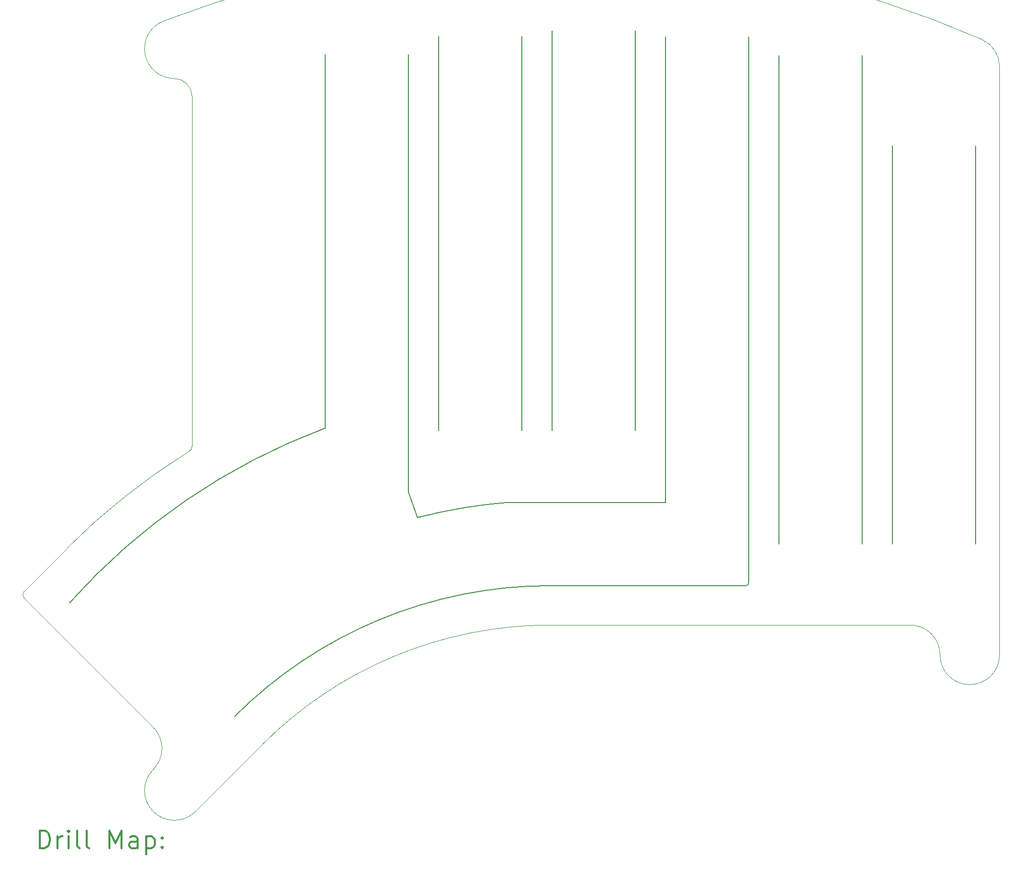
<source format=gbr>
%FSLAX45Y45*%
G04 Gerber Fmt 4.5, Leading zero omitted, Abs format (unit mm)*
G04 Created by KiCad (PCBNEW 5.1.12-84ad8e8a86~92~ubuntu20.04.1) date 2021-11-17 01:01:53*
%MOMM*%
%LPD*%
G01*
G04 APERTURE LIST*
%TA.AperFunction,Profile*%
%ADD10C,0.150000*%
%TD*%
%TA.AperFunction,Profile*%
%ADD11C,0.120000*%
%TD*%
%TA.AperFunction,Profile*%
%ADD12C,0.100000*%
%TD*%
%ADD13C,0.200000*%
%ADD14C,0.300000*%
G04 APERTURE END LIST*
D10*
X13795000Y-10934236D02*
X13944459Y-11368295D01*
X8102923Y-12802634D02*
G75*
G02*
X12395000Y-9866650I8073115J-7196726D01*
G01*
X15476000Y-11112000D02*
X18110000Y-11112000D01*
X19510000Y-12462000D02*
G75*
G02*
X19460000Y-12512000I-50000J0D01*
G01*
X13944459Y-11368296D02*
G75*
G02*
X15476000Y-11112000I2231579J-8631064D01*
G01*
X16176000Y-12512000D02*
X19460000Y-12512000D01*
X10881874Y-14704798D02*
G75*
G02*
X16176000Y-12512000I5294164J-5294562D01*
G01*
X12395000Y-3586000D02*
X12395000Y-9866650D01*
X13795000Y-10934236D02*
X13795000Y-3586000D01*
X14300000Y-3286000D02*
X14300000Y-9905000D01*
X15700000Y-9905000D02*
X15700000Y-3286000D01*
X16205000Y-3190000D02*
X16205000Y-9907000D01*
X17605000Y-9907000D02*
X17605000Y-3190000D01*
X18110000Y-3294000D02*
X18110000Y-11112000D01*
X19510000Y-12462000D02*
X19510000Y-3294000D01*
X20015000Y-3602000D02*
X20015000Y-11812000D01*
X21415000Y-11812000D02*
X21415000Y-3602000D01*
X21920000Y-5120000D02*
X21920000Y-11812000D01*
X23320000Y-11812000D02*
X23320000Y-5120000D01*
D11*
X7352485Y-12734402D02*
G75*
G02*
X7352485Y-12592980I70711J70711D01*
G01*
D12*
X9510337Y-14892253D02*
G75*
G02*
X9510337Y-15599360I-353553J-353553D01*
G01*
X10217443Y-16306467D02*
G75*
G02*
X9510337Y-15599360I-353553J353553D01*
G01*
X9864130Y-3993217D02*
G75*
G02*
X10161490Y-4290577I0J-297360D01*
G01*
X9864130Y-3993217D02*
G75*
G02*
X9685297Y-3026200I-240J500000D01*
G01*
X22222038Y-13174000D02*
G75*
G02*
X22722038Y-13674000I0J-500000D01*
G01*
X23722038Y-13674000D02*
G75*
G02*
X22722038Y-13674000I-500000J0D01*
G01*
X10161490Y-10169693D02*
G75*
G02*
X10114309Y-10254577I-100000J29D01*
G01*
X10161490Y-4290577D02*
X10161490Y-10169693D01*
X23421413Y-3334354D02*
G75*
G02*
X23722038Y-3792884I-199375J-458530D01*
G01*
X9685297Y-3026200D02*
G75*
G02*
X23421413Y-3334354I6490741J-16973160D01*
G01*
X8061271Y-11884194D02*
G75*
G02*
X10114309Y-10254577I8114767J-8115166D01*
G01*
X7352485Y-12592980D02*
X8061271Y-11884194D01*
X9510337Y-14892253D02*
X7352485Y-12734402D01*
X11350034Y-15173356D02*
X10217443Y-16306467D01*
X11350034Y-15173356D02*
G75*
G02*
X16176038Y-13174360I4826004J-4826004D01*
G01*
X16176038Y-13174360D02*
X22222038Y-13174000D01*
X23722038Y-3792884D02*
X23722038Y-13674000D01*
D13*
D14*
X7603624Y-16923628D02*
X7603624Y-16623628D01*
X7675052Y-16623628D01*
X7717910Y-16637914D01*
X7746481Y-16666485D01*
X7760767Y-16695057D01*
X7775052Y-16752199D01*
X7775052Y-16795057D01*
X7760767Y-16852200D01*
X7746481Y-16880771D01*
X7717910Y-16909342D01*
X7675052Y-16923628D01*
X7603624Y-16923628D01*
X7903624Y-16923628D02*
X7903624Y-16723628D01*
X7903624Y-16780771D02*
X7917910Y-16752199D01*
X7932195Y-16737914D01*
X7960767Y-16723628D01*
X7989338Y-16723628D01*
X8089338Y-16923628D02*
X8089338Y-16723628D01*
X8089338Y-16623628D02*
X8075052Y-16637914D01*
X8089338Y-16652199D01*
X8103624Y-16637914D01*
X8089338Y-16623628D01*
X8089338Y-16652199D01*
X8275052Y-16923628D02*
X8246481Y-16909342D01*
X8232195Y-16880771D01*
X8232195Y-16623628D01*
X8432195Y-16923628D02*
X8403624Y-16909342D01*
X8389338Y-16880771D01*
X8389338Y-16623628D01*
X8775053Y-16923628D02*
X8775053Y-16623628D01*
X8875053Y-16837914D01*
X8975053Y-16623628D01*
X8975053Y-16923628D01*
X9246481Y-16923628D02*
X9246481Y-16766485D01*
X9232195Y-16737914D01*
X9203624Y-16723628D01*
X9146481Y-16723628D01*
X9117910Y-16737914D01*
X9246481Y-16909342D02*
X9217910Y-16923628D01*
X9146481Y-16923628D01*
X9117910Y-16909342D01*
X9103624Y-16880771D01*
X9103624Y-16852200D01*
X9117910Y-16823628D01*
X9146481Y-16809342D01*
X9217910Y-16809342D01*
X9246481Y-16795057D01*
X9389338Y-16723628D02*
X9389338Y-17023628D01*
X9389338Y-16737914D02*
X9417910Y-16723628D01*
X9475053Y-16723628D01*
X9503624Y-16737914D01*
X9517910Y-16752199D01*
X9532195Y-16780771D01*
X9532195Y-16866485D01*
X9517910Y-16895057D01*
X9503624Y-16909342D01*
X9475053Y-16923628D01*
X9417910Y-16923628D01*
X9389338Y-16909342D01*
X9660767Y-16895057D02*
X9675053Y-16909342D01*
X9660767Y-16923628D01*
X9646481Y-16909342D01*
X9660767Y-16895057D01*
X9660767Y-16923628D01*
X9660767Y-16737914D02*
X9675053Y-16752199D01*
X9660767Y-16766485D01*
X9646481Y-16752199D01*
X9660767Y-16737914D01*
X9660767Y-16766485D01*
M02*

</source>
